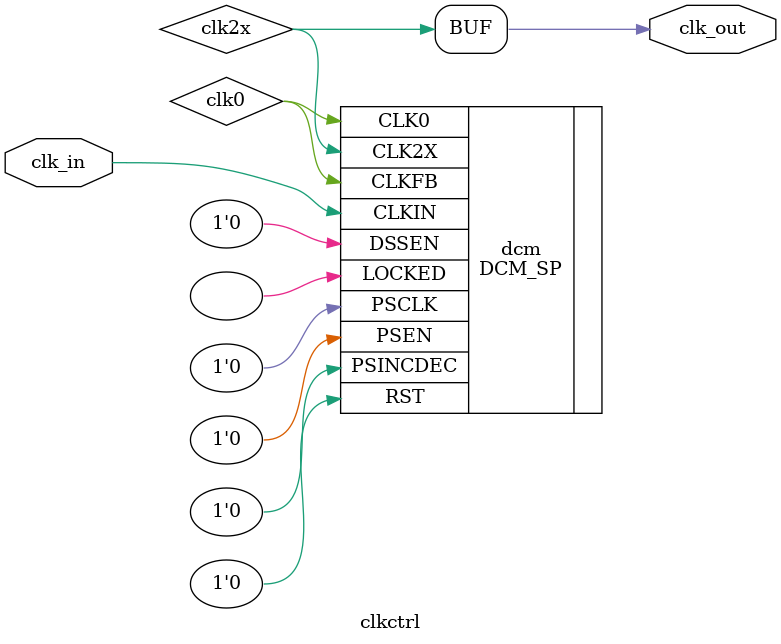
<source format=v>
module clkctrl(
    input  wire clk_in,
    output wire clk_out
);

`ifdef __ICARUS__
    assign clk_out = clk_in;
`else
    wire clk0;
    wire clk2x;
    assign clk_out = clk2x;

    DCM_SP #(
        .CLKDV_DIVIDE(2.0),
        .CLKFX_DIVIDE(1),
        .CLKFX_MULTIPLY(4),
        .CLKIN_DIVIDE_BY_2("FALSE"),
        .CLKIN_PERIOD(69.841274),
        .CLKOUT_PHASE_SHIFT("NONE"),
        .CLK_FEEDBACK("1X"),
        .DESKEW_ADJUST("SYSTEM_SYNCHRONOUS"), 
        .DFS_FREQUENCY_MODE("LOW"),
        .DLL_FREQUENCY_MODE("LOW"),
        .DSS_MODE("NONE"),
        .DUTY_CYCLE_CORRECTION("TRUE"),
        .FACTORY_JF(16'hc080),
        .PHASE_SHIFT(0),
        .STARTUP_WAIT("FALSE")
    )
    dcm(
        .CLK0(clk0),
        .CLK2X(clk2x),
        .LOCKED(),
        .CLKFB(clk0),
        .CLKIN(clk_in),
        .DSSEN(1'b0),
        .PSCLK(1'b0),
        .PSEN(1'b0),
        .PSINCDEC(1'b0), 
        .RST(1'b0)
    );
`endif

endmodule

</source>
